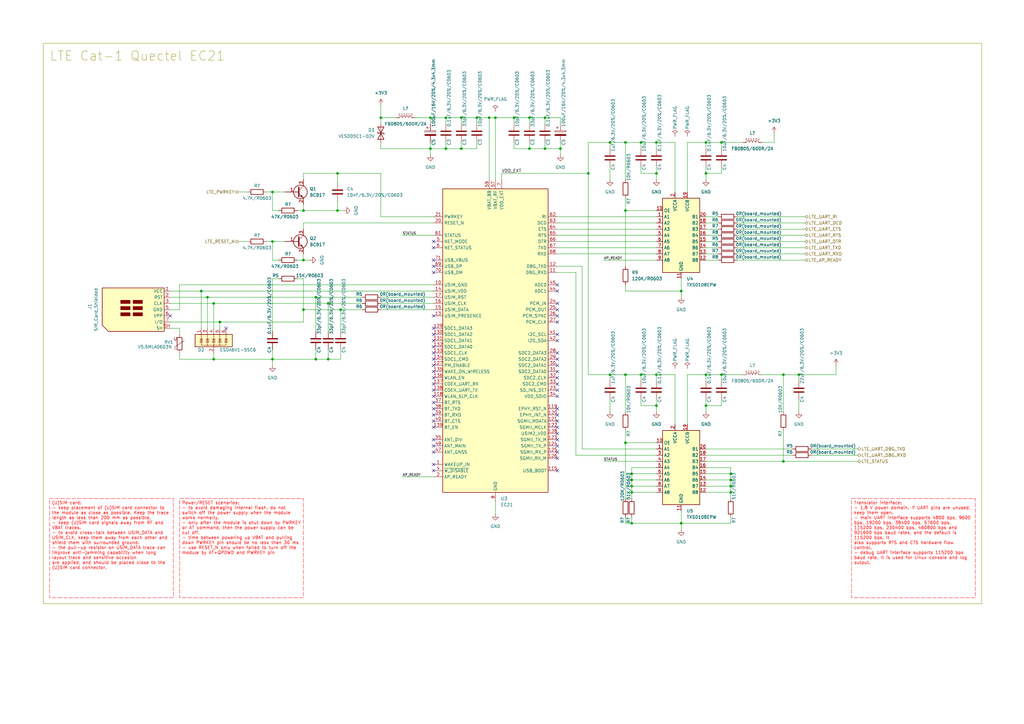
<source format=kicad_sch>
(kicad_sch (version 20230121) (generator eeschema)
  (paper "A3")
  (title_block (title "LTE") (date "2023-09-02") (rev "A"))
  (junction (at 299.72 199.39))
  (junction (at 111.76 147.32))
  (junction (at 289.56 58.42))
  (junction (at 176.53 48.26))
  (junction (at 259.08 199.39))
  (junction (at 90.17 132.08))
  (junction (at 269.24 58.42))
  (junction (at 217.17 48.26))
  (junction (at 129.54 147.32))
  (junction (at 259.08 196.85))
  (junction (at 279.4 214.63))
  (junction (at 87.63 147.32))
  (junction (at 182.88 48.26))
  (junction (at 111.76 99.06))
  (junction (at 321.31 189.23))
  (junction (at 262.89 153.67))
  (junction (at 138.43 86.36))
  (junction (at 289.56 166.37))
  (junction (at 259.08 214.63))
  (junction (at 289.56 71.12))
  (junction (at 85.09 121.92))
  (junction (at 269.24 166.37))
  (junction (at 295.91 58.42))
  (junction (at 327.66 153.67))
  (junction (at 203.2 48.26))
  (junction (at 299.72 194.31))
  (junction (at 279.4 119.38))
  (junction (at 321.31 153.67))
  (junction (at 124.46 106.68))
  (junction (at 138.43 71.12))
  (junction (at 299.72 196.85))
  (junction (at 241.3 71.12))
  (junction (at 299.72 201.93))
  (junction (at 139.7 127))
  (junction (at 82.55 119.38))
  (junction (at 217.17 60.96))
  (junction (at 256.54 181.61))
  (junction (at 210.82 48.26))
  (junction (at 269.24 153.67))
  (junction (at 256.54 58.42))
  (junction (at 124.46 127))
  (junction (at 87.63 124.46))
  (junction (at 223.52 60.96))
  (junction (at 189.23 48.26))
  (junction (at 134.62 124.46))
  (junction (at 295.91 153.67))
  (junction (at 156.21 48.26))
  (junction (at 269.24 71.12))
  (junction (at 223.52 48.26))
  (junction (at 259.08 194.31))
  (junction (at 250.19 58.42))
  (junction (at 250.19 153.67))
  (junction (at 134.62 147.32))
  (junction (at 256.54 86.36))
  (junction (at 182.88 60.96))
  (junction (at 129.54 121.92))
  (junction (at 262.89 58.42))
  (junction (at 195.58 48.26))
  (junction (at 200.66 48.26))
  (junction (at 189.23 60.96))
  (junction (at 289.56 153.67))
  (junction (at 256.54 153.67))
  (junction (at 176.53 60.96))
  (junction (at 229.87 60.96))
  (junction (at 111.76 78.74))
  (junction (at 259.08 201.93))
  (junction (at 124.46 86.36))
  (no_connect (at 177.8 180.34))
  (no_connect (at 177.8 190.5))
  (no_connect (at 177.8 144.78))
  (no_connect (at 177.8 147.32))
  (no_connect (at 177.8 170.18))
  (no_connect (at 69.85 129.54))
  (no_connect (at 177.8 165.1))
  (no_connect (at 177.8 167.64))
  (no_connect (at 228.6 160.02))
  (no_connect (at 228.6 162.56))
  (no_connect (at 228.6 152.4))
  (no_connect (at 177.8 142.24))
  (no_connect (at 228.6 139.7))
  (no_connect (at 228.6 167.64))
  (no_connect (at 177.8 111.76))
  (no_connect (at 228.6 172.72))
  (no_connect (at 228.6 149.86))
  (no_connect (at 177.8 129.54))
  (no_connect (at 228.6 119.38))
  (no_connect (at 228.6 132.08))
  (no_connect (at 228.6 127))
  (no_connect (at 177.8 99.06))
  (no_connect (at 228.6 185.42))
  (no_connect (at 177.8 109.22))
  (no_connect (at 228.6 187.96))
  (no_connect (at 228.6 180.34))
  (no_connect (at 177.8 193.04))
  (no_connect (at 177.8 101.6))
  (no_connect (at 228.6 124.46))
  (no_connect (at 228.6 116.84))
  (no_connect (at 228.6 137.16))
  (no_connect (at 177.8 139.7))
  (no_connect (at 92.71 134.62))
  (no_connect (at 228.6 175.26))
  (no_connect (at 228.6 147.32))
  (no_connect (at 228.6 170.18))
  (no_connect (at 177.8 106.68))
  (no_connect (at 177.8 160.02))
  (no_connect (at 228.6 177.8))
  (no_connect (at 177.8 175.26))
  (no_connect (at 228.6 193.04))
  (no_connect (at 228.6 144.78))
  (no_connect (at 228.6 157.48))
  (no_connect (at 228.6 154.94))
  (no_connect (at 228.6 129.54))
  (no_connect (at 177.8 157.48))
  (no_connect (at 177.8 172.72))
  (no_connect (at 177.8 152.4))
  (no_connect (at 177.8 185.42))
  (no_connect (at 177.8 134.62))
  (no_connect (at 177.8 154.94))
  (no_connect (at 177.8 149.86))
  (no_connect (at 177.8 137.16))
  (no_connect (at 228.6 182.88))
  (no_connect (at 177.8 182.88))
  (no_connect (at 177.8 162.56))
  (wire (pts (xy 250.19 156.21) (xy 250.19 153.67)))
  (wire (pts (xy 289.56 58.42) (xy 295.91 58.42)))
  (wire (pts (xy 217.17 58.42) (xy 217.17 60.96)))
  (wire (pts (xy 327.66 163.83) (xy 327.66 168.91)))
  (wire (pts (xy 121.92 86.36) (xy 124.46 86.36)))
  (wire (pts (xy 279.4 119.38) (xy 279.4 114.3)))
  (wire (pts (xy 262.89 60.96) (xy 262.89 58.42)))
  (wire (pts (xy 97.79 99.06) (xy 101.6 99.06)))
  (wire (pts (xy 182.88 60.96) (xy 176.53 60.96)))
  (wire (pts (xy 139.7 127) (xy 139.7 135.89)))
  (wire (pts (xy 229.87 48.26) (xy 223.52 48.26)))
  (wire (pts (xy 69.85 134.62) (xy 73.66 134.62)))
  (wire (pts (xy 262.89 163.83) (xy 262.89 166.37)))
  (wire (pts (xy 302.26 91.44) (xy 330.2 91.44)))
  (wire (pts (xy 205.74 71.12) (xy 205.74 73.66)))
  (wire (pts (xy 332.74 186.69) (xy 351.79 186.69)))
  (wire (pts (xy 321.31 176.53) (xy 321.31 189.23)))
  (wire (pts (xy 262.89 71.12) (xy 269.24 71.12)))
  (wire (pts (xy 269.24 163.83) (xy 269.24 166.37)))
  (wire (pts (xy 189.23 48.26) (xy 182.88 48.26)))
  (wire (pts (xy 176.53 58.42) (xy 176.53 60.96)))
  (wire (pts (xy 121.92 106.68) (xy 124.46 106.68)))
  (wire (pts (xy 217.17 60.96) (xy 223.52 60.96)))
  (wire (pts (xy 124.46 86.36) (xy 138.43 86.36)))
  (wire (pts (xy 223.52 48.26) (xy 217.17 48.26)))
  (wire (pts (xy 129.54 121.92) (xy 129.54 135.89)))
  (wire (pts (xy 295.91 58.42) (xy 304.8 58.42)))
  (wire (pts (xy 176.53 50.8) (xy 176.53 48.26)))
  (wire (pts (xy 256.54 73.66) (xy 256.54 58.42)))
  (wire (pts (xy 250.19 60.96) (xy 250.19 58.42)))
  (wire (pts (xy 289.56 93.98) (xy 294.64 93.98)))
  (wire (pts (xy 262.89 68.58) (xy 262.89 71.12)))
  (wire (pts (xy 129.54 143.51) (xy 129.54 147.32)))
  (wire (pts (xy 156.21 121.92) (xy 177.8 121.92)))
  (wire (pts (xy 111.76 99.06) (xy 111.76 106.68)))
  (wire (pts (xy 124.46 114.3) (xy 124.46 127)))
  (wire (pts (xy 241.3 58.42) (xy 250.19 58.42)))
  (wire (pts (xy 262.89 166.37) (xy 269.24 166.37)))
  (wire (pts (xy 111.76 106.68) (xy 114.3 106.68)))
  (wire (pts (xy 87.63 144.78) (xy 87.63 147.32)))
  (wire (pts (xy 299.72 196.85) (xy 299.72 199.39)))
  (wire (pts (xy 259.08 196.85) (xy 269.24 196.85)))
  (wire (pts (xy 200.66 48.26) (xy 203.2 48.26)))
  (wire (pts (xy 279.4 214.63) (xy 279.4 209.55)))
  (wire (pts (xy 124.46 91.44) (xy 124.46 93.98)))
  (wire (pts (xy 217.17 48.26) (xy 210.82 48.26)))
  (wire (pts (xy 256.54 181.61) (xy 256.54 176.53)))
  (wire (pts (xy 129.54 147.32) (xy 134.62 147.32)))
  (wire (pts (xy 195.58 48.26) (xy 200.66 48.26)))
  (wire (pts (xy 247.65 106.68) (xy 269.24 106.68)))
  (wire (pts (xy 87.63 124.46) (xy 134.62 124.46)))
  (wire (pts (xy 332.74 184.15) (xy 351.79 184.15)))
  (wire (pts (xy 228.6 96.52) (xy 269.24 96.52)))
  (wire (pts (xy 156.21 48.26) (xy 162.56 48.26)))
  (wire (pts (xy 176.53 48.26) (xy 182.88 48.26)))
  (wire (pts (xy 139.7 127) (xy 148.59 127)))
  (wire (pts (xy 156.21 58.42) (xy 156.21 60.96)))
  (wire (pts (xy 121.92 114.3) (xy 124.46 114.3)))
  (wire (pts (xy 269.24 153.67) (xy 276.86 153.67)))
  (wire (pts (xy 289.56 196.85) (xy 299.72 196.85)))
  (wire (pts (xy 182.88 48.26) (xy 182.88 50.8)))
  (wire (pts (xy 256.54 168.91) (xy 256.54 153.67)))
  (wire (pts (xy 210.82 58.42) (xy 210.82 60.96)))
  (wire (pts (xy 124.46 132.08) (xy 124.46 127)))
  (wire (pts (xy 223.52 48.26) (xy 223.52 50.8)))
  (wire (pts (xy 228.6 91.44) (xy 269.24 91.44)))
  (wire (pts (xy 165.1 96.52) (xy 177.8 96.52)))
  (wire (pts (xy 289.56 194.31) (xy 299.72 194.31)))
  (wire (pts (xy 321.31 189.23) (xy 351.79 189.23)))
  (wire (pts (xy 228.6 88.9) (xy 269.24 88.9)))
  (wire (pts (xy 256.54 153.67) (xy 262.89 153.67)))
  (wire (pts (xy 312.42 153.67) (xy 321.31 153.67)))
  (wire (pts (xy 269.24 86.36) (xy 256.54 86.36)))
  (wire (pts (xy 229.87 58.42) (xy 229.87 60.96)))
  (wire (pts (xy 256.54 116.84) (xy 256.54 119.38)))
  (wire (pts (xy 317.5 54.61) (xy 317.5 58.42)))
  (wire (pts (xy 228.6 109.22) (xy 238.76 109.22)))
  (wire (pts (xy 302.26 99.06) (xy 330.2 99.06)))
  (wire (pts (xy 165.1 195.58) (xy 177.8 195.58)))
  (wire (pts (xy 90.17 132.08) (xy 124.46 132.08)))
  (wire (pts (xy 302.26 104.14) (xy 330.2 104.14)))
  (wire (pts (xy 295.91 166.37) (xy 289.56 166.37)))
  (wire (pts (xy 229.87 60.96) (xy 229.87 63.5)))
  (wire (pts (xy 124.46 71.12) (xy 138.43 71.12)))
  (wire (pts (xy 256.54 212.09) (xy 256.54 214.63)))
  (wire (pts (xy 279.4 119.38) (xy 279.4 121.92)))
  (wire (pts (xy 289.56 199.39) (xy 299.72 199.39)))
  (wire (pts (xy 73.66 116.84) (xy 177.8 116.84)))
  (wire (pts (xy 256.54 86.36) (xy 256.54 81.28)))
  (wire (pts (xy 138.43 86.36) (xy 140.97 86.36)))
  (wire (pts (xy 289.56 186.69) (xy 325.12 186.69)))
  (wire (pts (xy 124.46 86.36) (xy 124.46 83.82)))
  (wire (pts (xy 134.62 143.51) (xy 134.62 147.32)))
  (wire (pts (xy 295.91 153.67) (xy 304.8 153.67)))
  (wire (pts (xy 203.2 205.74) (xy 203.2 210.82)))
  (wire (pts (xy 182.88 58.42) (xy 182.88 60.96)))
  (wire (pts (xy 203.2 48.26) (xy 210.82 48.26)))
  (wire (pts (xy 236.22 111.76) (xy 236.22 186.69)))
  (wire (pts (xy 111.76 143.51) (xy 111.76 147.32)))
  (wire (pts (xy 262.89 58.42) (xy 269.24 58.42)))
  (wire (pts (xy 134.62 124.46) (xy 134.62 135.89)))
  (wire (pts (xy 176.53 60.96) (xy 176.53 63.5)))
  (wire (pts (xy 269.24 71.12) (xy 269.24 73.66)))
  (wire (pts (xy 259.08 212.09) (xy 259.08 214.63)))
  (wire (pts (xy 321.31 153.67) (xy 327.66 153.67)))
  (wire (pts (xy 111.76 78.74) (xy 111.76 86.36)))
  (wire (pts (xy 156.21 124.46) (xy 177.8 124.46)))
  (wire (pts (xy 299.72 199.39) (xy 299.72 201.93)))
  (wire (pts (xy 289.56 163.83) (xy 289.56 166.37)))
  (wire (pts (xy 170.18 48.26) (xy 176.53 48.26)))
  (wire (pts (xy 228.6 99.06) (xy 269.24 99.06)))
  (wire (pts (xy 195.58 60.96) (xy 189.23 60.96)))
  (wire (pts (xy 134.62 147.32) (xy 139.7 147.32)))
  (wire (pts (xy 73.66 134.62) (xy 73.66 137.16)))
  (wire (pts (xy 238.76 109.22) (xy 238.76 184.15)))
  (wire (pts (xy 281.94 58.42) (xy 289.56 58.42)))
  (wire (pts (xy 223.52 60.96) (xy 223.52 58.42)))
  (wire (pts (xy 241.3 58.42) (xy 241.3 71.12)))
  (wire (pts (xy 250.19 163.83) (xy 250.19 168.91)))
  (wire (pts (xy 276.86 153.67) (xy 276.86 173.99)))
  (wire (pts (xy 289.56 153.67) (xy 289.56 156.21)))
  (wire (pts (xy 295.91 163.83) (xy 295.91 166.37)))
  (wire (pts (xy 85.09 121.92) (xy 129.54 121.92)))
  (wire (pts (xy 289.56 101.6) (xy 294.64 101.6)))
  (wire (pts (xy 203.2 48.26) (xy 203.2 73.66)))
  (wire (pts (xy 124.46 73.66) (xy 124.46 71.12)))
  (wire (pts (xy 289.56 91.44) (xy 294.64 91.44)))
  (wire (pts (xy 85.09 121.92) (xy 85.09 134.62)))
  (wire (pts (xy 269.24 68.58) (xy 269.24 71.12)))
  (wire (pts (xy 295.91 68.58) (xy 295.91 71.12)))
  (wire (pts (xy 228.6 93.98) (xy 269.24 93.98)))
  (wire (pts (xy 156.21 127) (xy 177.8 127)))
  (wire (pts (xy 73.66 147.32) (xy 87.63 147.32)))
  (wire (pts (xy 256.54 119.38) (xy 279.4 119.38)))
  (wire (pts (xy 189.23 48.26) (xy 189.23 50.8)))
  (wire (pts (xy 269.24 153.67) (xy 269.24 156.21)))
  (wire (pts (xy 250.19 58.42) (xy 256.54 58.42)))
  (wire (pts (xy 241.3 71.12) (xy 205.74 71.12)))
  (wire (pts (xy 69.85 132.08) (xy 90.17 132.08)))
  (wire (pts (xy 156.21 43.18) (xy 156.21 48.26)))
  (wire (pts (xy 124.46 106.68) (xy 127 106.68)))
  (wire (pts (xy 269.24 181.61) (xy 256.54 181.61)))
  (wire (pts (xy 259.08 199.39) (xy 269.24 199.39)))
  (wire (pts (xy 259.08 194.31) (xy 259.08 191.77)))
  (wire (pts (xy 111.76 147.32) (xy 129.54 147.32)))
  (wire (pts (xy 87.63 147.32) (xy 111.76 147.32)))
  (wire (pts (xy 229.87 60.96) (xy 223.52 60.96)))
  (wire (pts (xy 299.72 191.77) (xy 299.72 194.31)))
  (wire (pts (xy 111.76 147.32) (xy 111.76 149.86)))
  (wire (pts (xy 276.86 58.42) (xy 276.86 78.74)))
  (wire (pts (xy 259.08 194.31) (xy 269.24 194.31)))
  (wire (pts (xy 138.43 71.12) (xy 138.43 74.93)))
  (wire (pts (xy 111.76 114.3) (xy 114.3 114.3)))
  (wire (pts (xy 289.56 58.42) (xy 289.56 60.96)))
  (wire (pts (xy 295.91 71.12) (xy 289.56 71.12)))
  (wire (pts (xy 82.55 119.38) (xy 82.55 134.62)))
  (wire (pts (xy 289.56 106.68) (xy 294.64 106.68)))
  (wire (pts (xy 111.76 86.36) (xy 114.3 86.36)))
  (wire (pts (xy 259.08 204.47) (xy 259.08 201.93)))
  (wire (pts (xy 217.17 60.96) (xy 210.82 60.96)))
  (wire (pts (xy 241.3 71.12) (xy 241.3 153.67)))
  (wire (pts (xy 124.46 91.44) (xy 177.8 91.44)))
  (wire (pts (xy 111.76 135.89) (xy 111.76 114.3)))
  (wire (pts (xy 289.56 104.14) (xy 294.64 104.14)))
  (wire (pts (xy 289.56 99.06) (xy 294.64 99.06)))
  (wire (pts (xy 259.08 191.77) (xy 269.24 191.77)))
  (wire (pts (xy 138.43 71.12) (xy 156.21 71.12)))
  (wire (pts (xy 289.56 71.12) (xy 289.56 73.66)))
  (wire (pts (xy 289.56 191.77) (xy 299.72 191.77)))
  (wire (pts (xy 321.31 153.67) (xy 321.31 168.91)))
  (wire (pts (xy 259.08 201.93) (xy 269.24 201.93)))
  (wire (pts (xy 195.58 58.42) (xy 195.58 60.96)))
  (wire (pts (xy 302.26 93.98) (xy 330.2 93.98)))
  (wire (pts (xy 109.22 99.06) (xy 111.76 99.06)))
  (wire (pts (xy 228.6 101.6) (xy 269.24 101.6)))
  (wire (pts (xy 241.3 153.67) (xy 250.19 153.67)))
  (wire (pts (xy 73.66 144.78) (xy 73.66 147.32)))
  (wire (pts (xy 299.72 201.93) (xy 299.72 204.47)))
  (wire (pts (xy 73.66 127) (xy 73.66 116.84)))
  (wire (pts (xy 156.21 71.12) (xy 156.21 88.9)))
  (wire (pts (xy 129.54 121.92) (xy 148.59 121.92)))
  (wire (pts (xy 259.08 196.85) (xy 259.08 194.31)))
  (wire (pts (xy 279.4 214.63) (xy 279.4 217.17)))
  (wire (pts (xy 269.24 58.42) (xy 269.24 60.96)))
  (wire (pts (xy 327.66 153.67) (xy 327.66 156.21)))
  (wire (pts (xy 281.94 153.67) (xy 289.56 153.67)))
  (wire (pts (xy 124.46 127) (xy 139.7 127)))
  (wire (pts (xy 256.54 214.63) (xy 259.08 214.63)))
  (wire (pts (xy 229.87 50.8) (xy 229.87 48.26)))
  (wire (pts (xy 289.56 68.58) (xy 289.56 71.12)))
  (wire (pts (xy 262.89 156.21) (xy 262.89 153.67)))
  (wire (pts (xy 327.66 153.67) (xy 342.9 153.67)))
  (wire (pts (xy 247.65 189.23) (xy 269.24 189.23)))
  (wire (pts (xy 156.21 88.9) (xy 177.8 88.9)))
  (wire (pts (xy 156.21 60.96) (xy 176.53 60.96)))
  (wire (pts (xy 250.19 153.67) (xy 256.54 153.67)))
  (wire (pts (xy 299.72 194.31) (xy 299.72 196.85)))
  (wire (pts (xy 295.91 153.67) (xy 295.91 156.21)))
  (wire (pts (xy 281.94 58.42) (xy 281.94 78.74)))
  (wire (pts (xy 138.43 86.36) (xy 138.43 82.55)))
  (wire (pts (xy 109.22 78.74) (xy 111.76 78.74)))
  (wire (pts (xy 302.26 101.6) (xy 330.2 101.6)))
  (wire (pts (xy 250.19 68.58) (xy 250.19 73.66)))
  (wire (pts (xy 289.56 184.15) (xy 325.12 184.15)))
  (wire (pts (xy 200.66 48.26) (xy 200.66 73.66)))
  (wire (pts (xy 256.54 86.36) (xy 256.54 109.22)))
  (wire (pts (xy 87.63 124.46) (xy 87.63 134.62)))
  (wire (pts (xy 259.08 199.39) (xy 259.08 196.85)))
  (wire (pts (xy 342.9 149.86) (xy 342.9 153.67)))
  (wire (pts (xy 69.85 121.92) (xy 85.09 121.92)))
  (wire (pts (xy 189.23 48.26) (xy 195.58 48.26)))
  (wire (pts (xy 289.56 166.37) (xy 289.56 168.91)))
  (wire (pts (xy 289.56 88.9) (xy 294.64 88.9)))
  (wire (pts (xy 259.08 214.63) (xy 279.4 214.63)))
  (wire (pts (xy 289.56 153.67) (xy 295.91 153.67)))
  (wire (pts (xy 299.72 214.63) (xy 279.4 214.63)))
  (wire (pts (xy 236.22 186.69) (xy 269.24 186.69)))
  (wire (pts (xy 256.54 181.61) (xy 256.54 204.47)))
  (wire (pts (xy 139.7 147.32) (xy 139.7 143.51)))
  (wire (pts (xy 82.55 119.38) (xy 177.8 119.38)))
  (wire (pts (xy 134.62 124.46) (xy 148.59 124.46)))
  (wire (pts (xy 289.56 189.23) (xy 321.31 189.23)))
  (wire (pts (xy 299.72 212.09) (xy 299.72 214.63)))
  (wire (pts (xy 262.89 153.67) (xy 269.24 153.67)))
  (wire (pts (xy 69.85 119.38) (xy 82.55 119.38)))
  (wire (pts (xy 295.91 58.42) (xy 295.91 60.96)))
  (wire (pts (xy 312.42 58.42) (xy 317.5 58.42)))
  (wire (pts (xy 69.85 127) (xy 73.66 127)))
  (wire (pts (xy 302.26 96.52) (xy 330.2 96.52)))
  (wire (pts (xy 289.56 201.93) (xy 299.72 201.93)))
  (wire (pts (xy 189.23 60.96) (xy 189.23 58.42)))
  (wire (pts (xy 210.82 48.26) (xy 210.82 50.8)))
  (wire (pts (xy 228.6 111.76) (xy 236.22 111.76)))
  (wire (pts (xy 256.54 58.42) (xy 262.89 58.42)))
  (wire (pts (xy 69.85 124.46) (xy 87.63 124.46)))
  (wire (pts (xy 302.26 106.68) (xy 330.2 106.68)))
  (wire (pts (xy 182.88 60.96) (xy 189.23 60.96)))
  (wire (pts (xy 289.56 96.52) (xy 294.64 96.52)))
  (wire (pts (xy 269.24 166.37) (xy 269.24 168.91)))
  (wire (pts (xy 156.21 48.26) (xy 156.21 50.8)))
  (wire (pts (xy 111.76 99.06) (xy 116.84 99.06)))
  (wire (pts (xy 111.76 78.74) (xy 116.84 78.74)))
  (wire (pts (xy 259.08 201.93) (xy 259.08 199.39)))
  (wire (pts (xy 217.17 48.26) (xy 217.17 50.8)))
  (wire (pts (xy 90.17 132.08) (xy 90.17 134.62)))
  (wire (pts (xy 228.6 104.14) (xy 269.24 104.14)))
  (wire (pts (xy 269.24 58.42) (xy 276.86 58.42)))
  (wire (pts (xy 124.46 106.68) (xy 124.46 104.14)))
  (wire (pts (xy 302.26 88.9) (xy 330.2 88.9)))
  (wire (pts (xy 281.94 153.67) (xy 281.94 173.99)))
  (wire (pts (xy 238.76 184.15) (xy 269.24 184.15)))
  (wire (pts (xy 195.58 48.26) (xy 195.58 50.8)))
  (wire (pts (xy 97.79 78.74) (xy 101.6 78.74)))
  (rectangle (start 17.78 17.78) (end 402.59 247.65) (stroke (width 0) (color 140 140 0 1)))
  (text_box "(U)SIM card:\n- keep placement of (U)SIM card connector to the module as close as possible. Keep the trace length as less than 200 mm as possible.\n- keep (U)SIM card signals away from RF and VBAT traces.\n- to avoid cross-talk between USIM_DATA and USIM_CLK, keep them away from each other and shield them with surrounded ground.\n- the pull-up resistor on USIM_DATA trace can improve anti-jamming capability when long layout trace and sensitive occasion\nare applied, and should be placed close to the (U)SIM card connector." (at 20.32 204.47 0) (size 50.8 40.64) (stroke (width 0) (type dash) (color 255 0 0 1)) (effects (font (size 1.27 1.27)) (justify left top)))
  (text_box "Translator interface:\n- 1.8 V power domain. If UART pins are unused, keep them open.\n- main UART interface supports 4800 bps, 9600 bps, 19200 bps, 38400 bps, 57600 bps,\n115200 bps, 230400 bps, 460800 bps and 921600 bps baud rates, and the default is 115200 bps. It\nalso supports RTS and CTS hardware flow control.\n- debug UART interface supports 115200 bps baud rate. It is used for Linux console and log\noutput." (at 349.25 204.47 0) (size 50.8 40.64) (stroke (width 0) (type dash) (color 255 0 0 1)) (effects (font (size 1.27 1.27)) (justify left top)))
  (text_box "Power/RESET scenarios:\n- to avoid damaging internal flash, do not switch off the power supply when the module works normally.\n- only after the module is shut down by PWRKEY or AT command, then the power supply can be cut off.\n- time between powering up VBAT and pulling down PWRKEY pin should be no less than 30 ms\n- use RESET_N only when failed to turn off the module by AT+QPOWD and PWRKEY pin" (at 73.66 204.47 0) (size 50.8 40.64) (stroke (width 0) (type dash) (color 255 0 0 1)) (effects (font (size 1.27 1.27)) (justify left top)))
  (text "LTE Cat-1 Quectel EC21" (at 20.32 25.4 0) (effects (font (size 3.81 3.81)) (justify left bottom)))
  (label "VDD_EXT" (at 205.74 71.12 0))
  (label "STATUS" (at 247.65 189.23 0) (effects (font (size 1.016 1.016))))
  (label "AP_READY" (at 247.65 106.68 0) (effects (font (size 1.016 1.016))))
  (label "STATUS" (at 165.1 96.52 0) (effects (font (size 1.016 1.016))))
  (label "AP_READY" (at 165.1 195.58 0) (effects (font (size 1.016 1.016))))
  (hierarchical_label "LTE_UART_RI" (shape bidirectional) (at 330.2 88.9 0))
  (hierarchical_label "LTE_UART_DBG_TXD" (shape bidirectional) (at 351.79 184.15 0))
  (hierarchical_label "LTE_UART_RXD" (shape bidirectional) (at 330.2 104.14 0))
  (hierarchical_label "LTE_STATUS" (shape bidirectional) (at 351.79 189.23 0))
  (hierarchical_label "LTE_UART_DTR" (shape bidirectional) (at 330.2 99.06 0))
  (hierarchical_label "LTE_UART_CTS" (shape bidirectional) (at 330.2 93.98 0))
  (hierarchical_label "LTE_RESET_N" (shape bidirectional) (at 97.79 99.06 180))
  (hierarchical_label "LTE_UART_DCD" (shape bidirectional) (at 330.2 91.44 0))
  (hierarchical_label "LTE_UART_TXD" (shape bidirectional) (at 330.2 101.6 0))
  (hierarchical_label "LTE_PWRKEY" (shape bidirectional) (at 97.79 78.74 180))
  (hierarchical_label "LTE_UART_RTS" (shape bidirectional) (at 330.2 96.52 0))
  (hierarchical_label "LTE_AP_READY" (shape bidirectional) (at 330.2 106.68 0))
  (hierarchical_label "LTE_UART_DBG_RXD" (shape bidirectional) (at 351.79 186.69 0))
  (symbol (lib_id "Transistor_BJT:BC817") (at 121.92 78.74 0) (unit 1)
    (property "Reference" "Q1" (at 127 77.47 0) (effects (justify left)))
    (property "Value" "BC817" (at 127 80.01 0) (effects (justify left)))
    (property "Footprint" "Package_TO_SOT_SMD:SOT-23" (effects hide))
    (property "Datasheet" "https://www.onsemi.com/pub/Collateral/BC818-D.pdf" (effects hide))
  )
  (symbol (lib_id "Device:R") (at 298.45 91.44 90) (unit 1)
    (property "Reference" "R6" (at 293.37 90.17 90))
    (property "Value" "0R(board_mounted)" (at 311.15 90.17 90))
    (instances (project "SAM4E-PLC" (path "" (reference "R6") (unit 1)) (path "" (reference "R17") (unit 1))))
  )
  (symbol (lib_id "Device:R") (at 256.54 172.72 0) (mirror x) (unit 1)
    (property "Reference" "R?" (at 257.81 177.8 90))
    (property "Value" "10K/R0603" (at 257.81 163.83 90))
    (property "Footprint" "Resistor_SMD:R_0603_1608Metric" (effects hide))
    (instances (project "ESP32-PLC" (path "" (reference "R?") (unit 1)) (path "" (reference "R23") (unit 1))) (project "SAM4E-PLC" (path "" (reference "R13") (unit 1))))
  )
  (symbol (lib_id "Device:R") (at 118.11 114.3 90) (unit 1)
    (property "Reference" "R5" (at 113.03 113.03 90))
    (property "Value" "15K/R0603" (at 127 113.03 90))
    (instances (project "SAM4E-PLC" (path "" (reference "R5") (unit 1)) (path "" (reference "R7") (unit 1))))
  )
  (symbol (lib_id "Device:R") (at 299.72 208.28 0) (mirror x) (unit 1)
    (property "Reference" "R?" (at 300.99 213.36 90))
    (property "Value" "51K/R0603" (at 300.99 199.39 90))
    (property "Footprint" "Resistor_SMD:R_0603_1608Metric" (effects hide))
    (instances (project "ESP32-PLC" (path "" (reference "R?") (unit 1)) (path "" (reference "R23") (unit 1))) (project "SAM4E-PLC" (path "" (reference "R24") (unit 1))))
  )
  (symbol (lib_id "Device:R") (at 256.54 77.47 0) (mirror x) (unit 1)
    (property "Reference" "R?" (at 257.81 82.55 90))
    (property "Value" "10K/R0603" (at 257.81 68.58 90))
    (property "Footprint" "Resistor_SMD:R_0603_1608Metric" (effects hide))
    (instances (project "ESP32-PLC" (path "" (reference "R?") (unit 1)) (path "" (reference "R23") (unit 1))) (project "SAM4E-PLC" (path "" (reference "R11") (unit 1))))
  )
  (symbol (lib_id "Device:R") (at 328.93 186.69 90) (unit 1)
    (property "Reference" "R6" (at 323.85 185.42 90))
    (property "Value" "0R(board_mounted)" (at 341.63 185.42 90))
    (instances (project "SAM4E-PLC" (path "" (reference "R6") (unit 1)) (path "" (reference "R27") (unit 1))))
  )
  (symbol (lib_id "power:GND") (at 289.56 168.91 0) (unit 1)
    (property "Reference" "#PWR06" (effects hide))
    (property "Value" "GND" (at 289.56 173.99 0))
    (instances (project "SAM4E-PLC" (path "" (reference "#PWR06") (unit 1)) (path "" (reference "#PWR022") (unit 1))))
  )
  (symbol (lib_id "Device:R") (at 256.54 208.28 180) (unit 1)
    (property "Reference" "R?" (at 255.27 213.36 90))
    (property "Value" "120K/R0603" (at 255.27 199.39 90))
    (property "Footprint" "Resistor_SMD:R_0603_1608Metric" (effects hide))
    (instances (project "ESP32-PLC" (path "" (reference "R?") (unit 1)) (path "" (reference "R23") (unit 1))) (project "SAM4E-PLC" (path "" (reference "R14") (unit 1))))
  )
  (symbol (lib_id "Device:R") (at 298.45 99.06 90) (unit 1)
    (property "Reference" "R5" (at 293.37 97.79 90))
    (property "Value" "0R(board_mounted)" (at 311.15 97.79 90))
    (instances (project "SAM4E-PLC" (path "" (reference "R5") (unit 1)) (path "" (reference "R20") (unit 1))))
  )
  (symbol (lib_id "power:GND") (at 279.4 217.17 0) (unit 1)
    (property "Reference" "#PWR06" (effects hide))
    (property "Value" "GND" (at 279.4 222.25 0))
    (instances (project "SAM4E-PLC" (path "" (reference "#PWR06") (unit 1)) (path "" (reference "#PWR020") (unit 1))))
  )
  (symbol (lib_id "Power_Protection:ESDA6V1-5SC6") (at 87.63 139.7 0) (unit 1)
    (property "Reference" "D2" (at 83.82 143.51 0) (effects (justify right)))
    (property "Value" "ESDA6V1-5SC6" (at 90.17 143.51 0) (effects (justify left)))
    (property "Footprint" "Package_TO_SOT_SMD:SOT-23-6" (effects hide))
    (property "Datasheet" "www.st.com/resource/en/datasheet/esda6v1-5sc6.pdf" (effects hide))
  )
  (symbol (lib_id "Device:R") (at 259.08 208.28 180) (unit 1)
    (property "Reference" "R?" (at 257.81 213.36 90))
    (property "Value" "51K/R0603" (at 257.81 199.39 90))
    (property "Footprint" "Resistor_SMD:R_0603_1608Metric" (effects hide))
    (instances (project "ESP32-PLC" (path "" (reference "R?") (unit 1)) (path "" (reference "R23") (unit 1))) (project "SAM4E-PLC" (path "" (reference "R15") (unit 1))))
  )
  (symbol (lib_id "Device:C") (at 210.82 54.61 0) (unit 1)
    (property "Reference" "C3" (at 212.09 59.69 90) (effects (justify left)))
    (property "Value" "10pF/6.3V/20%/C0603" (at 212.09 52.07 90) (effects (justify left)))
    (instances (project "SAM4E-PLC" (path "" (reference "C3") (unit 1)) (path "" (reference "C16") (unit 1))))
  )
  (symbol (lib_id "SparkFun-DiscreteSemi:D_TVS") (at 156.21 54.61 90) (unit 1)
    (property "Reference" "D3" (at 153.67 53.34 90) (effects (justify left)))
    (property "Value" "VESD05C1-02V" (at 153.67 55.88 90) (effects (justify left)))
    (property "Footprint" "Diode_SMD:D_SOD-523" (effects hide))
  )
  (symbol (lib_id "power:GND") (at 279.4 121.92 0) (unit 1)
    (property "Reference" "#PWR06" (effects hide))
    (property "Value" "GND" (at 279.4 127 0))
    (instances (project "SAM4E-PLC" (path "" (reference "#PWR06") (unit 1)) (path "" (reference "#PWR019") (unit 1))))
  )
  (symbol (lib_id "Device:C") (at 217.17 54.61 0) (unit 1)
    (property "Reference" "C3" (at 218.44 59.69 90) (effects (justify left)))
    (property "Value" "33pF/6.3V/20%/C0603" (at 218.44 52.07 90) (effects (justify left)))
    (instances (project "SAM4E-PLC" (path "" (reference "C3") (unit 1)) (path "" (reference "C17") (unit 1))))
  )
  (symbol (lib_id "Device:R") (at 328.93 184.15 90) (unit 1)
    (property "Reference" "R5" (at 323.85 182.88 90))
    (property "Value" "0R(board_mounted)" (at 341.63 182.88 90))
    (instances (project "SAM4E-PLC" (path "" (reference "R5") (unit 1)) (path "" (reference "R26") (unit 1))))
  )
  (symbol (lib_id "Device:R") (at 118.11 86.36 90) (mirror x) (unit 1)
    (property "Reference" "R?" (at 118.11 83.82 90))
    (property "Value" "47K/R0603" (at 116.84 88.9 90))
    (property "Footprint" "Resistor_SMD:R_0603_1608Metric" (effects hide))
    (instances (project "ESP32-PLC" (path "" (reference "R?") (unit 1)) (path "" (reference "R23") (unit 1))) (project "SAM4E-PLC" (path "" (reference "R5") (unit 1))))
  )
  (symbol (lib_id "Device:R") (at 105.41 99.06 90) (unit 1)
    (property "Reference" "R?" (at 105.41 96.52 90))
    (property "Value" "4.7K/R0603" (at 105.41 101.6 90))
    (property "Footprint" "Resistor_SMD:R_0603_1608Metric" (effects hide))
    (instances (project "ESP32-PLC" (path "" (reference "R?") (unit 1)) (path "" (reference "R23") (unit 1))) (project "SAM4E-PLC" (path "" (reference "R4") (unit 1))))
  )
  (symbol (lib_id "Device:R") (at 256.54 113.03 0) (unit 1)
    (property "Reference" "R9" (at 259.08 111.76 0) (effects (justify left)))
    (property "Value" "120K/R0603" (at 259.08 114.3 0) (effects (justify left)))
    (instances (project "SAM4E-PLC" (path "" (reference "R9") (unit 1)) (path "" (reference "R12") (unit 1))))
  )
  (symbol (lib_id "Device:C_Polarized") (at 176.53 54.61 0) (unit 1)
    (property "Reference" "C5" (at 177.8 59.69 90) (effects (justify left)))
    (property "Value" "100uF/16V/20%/4.3x4.3mm" (at 177.8 52.07 90) (effects (justify left)))
    (instances (project "SAM4E-PLC" (path "" (reference "C5") (unit 1)) (path "" (reference "C12") (unit 1))))
  )
  (symbol (lib_id "power:GND") (at 203.2 210.82 0) (unit 1)
    (property "Reference" "#PWR06" (effects hide))
    (property "Value" "GND" (at 203.2 215.9 0))
    (instances (project "SAM4E-PLC" (path "" (reference "#PWR06") (unit 1)) (path "" (reference "#PWR013") (unit 1))))
  )
  (symbol (lib_id "Device:C") (at 295.91 64.77 0) (unit 1)
    (property "Reference" "C4" (at 297.18 69.85 90) (effects (justify left)))
    (property "Value" "10uF/6.3V/20%/C0603" (at 297.18 62.23 90) (effects (justify left)))
    (instances (project "SAM4E-PLC" (path "" (reference "C4") (unit 1)) (path "" (reference "C28") (unit 1))))
  )
  (symbol (lib_id "Device:R") (at 152.4 124.46 90) (unit 1)
    (property "Reference" "R6" (at 147.32 123.19 90))
    (property "Value" "0R(board_mounted)" (at 165.1 123.19 90))
    (instances (project "SAM4E-PLC" (path "" (reference "R6") (unit 1)) (path "" (reference "R9") (unit 1))))
  )
  (symbol (lib_id "power:PWR_FLAG") (at 203.2 45.72 0) (unit 1)
    (property "Reference" "#FLG07" (effects hide))
    (property "Value" "PWR_FLAG" (at 203.2 40.64 0))
    (instances (project "SAM4E-PLC" (path "" (reference "#FLG07") (unit 1)) (path "" (reference "#FLG05") (unit 1))))
  )
  (symbol (lib_id "power:PWR_FLAG") (at 276.86 151.13 0) (unit 1)
    (property "Reference" "#FLG07" (effects hide))
    (property "Value" "PWR_FLAG" (at 276.86 143.51 90))
  )
  (symbol (lib_id "power:GND") (at 176.53 63.5 0) (unit 1)
    (property "Reference" "#PWR07" (effects hide))
    (property "Value" "GND" (at 176.53 68.58 0))
    (instances (project "SAM4E-PLC" (path "" (reference "#PWR07") (unit 1)) (path "" (reference "#PWR012") (unit 1))))
  )
  (symbol (lib_id "power:GND") (at 269.24 73.66 0) (unit 1)
    (property "Reference" "#PWR06" (effects hide))
    (property "Value" "GND" (at 269.24 78.74 0))
    (instances (project "SAM4E-PLC" (path "" (reference "#PWR06") (unit 1)) (path "" (reference "#PWR017") (unit 1))))
  )
  (symbol (lib_id "power:PWR_FLAG") (at 281.94 55.88 0) (unit 1)
    (property "Reference" "#FLG07" (effects hide))
    (property "Value" "PWR_FLAG" (at 281.94 48.26 90))
    (instances (project "SAM4E-PLC" (path "" (reference "#FLG07") (unit 1)) (path "" (reference "#FLG08") (unit 1))))
  )
  (symbol (lib_id "power:GND") (at 250.19 168.91 0) (unit 1)
    (property "Reference" "#PWR06" (effects hide))
    (property "Value" "GND" (at 250.19 173.99 0))
    (instances (project "SAM4E-PLC" (path "" (reference "#PWR06") (unit 1)) (path "" (reference "#PWR016") (unit 1))))
  )
  (symbol (lib_id "Device:C") (at 139.7 139.7 0) (unit 1)
    (property "Reference" "C4" (at 140.97 144.78 90) (effects (justify left)))
    (property "Value" "33pF/6.3V/20%/C0603" (at 140.97 137.16 90) (effects (justify left)))
    (instances (project "SAM4E-PLC" (path "" (reference "C4") (unit 1)) (path "" (reference "C11") (unit 1))))
  )
  (symbol (lib_id "Device:R") (at 321.31 172.72 180) (unit 1)
    (property "Reference" "R?" (at 320.04 177.8 90))
    (property "Value" "10K/R0603" (at 320.04 163.83 90))
    (property "Footprint" "Resistor_SMD:R_0603_1608Metric" (effects hide))
    (instances (project "ESP32-PLC" (path "" (reference "R?") (unit 1)) (path "" (reference "R23") (unit 1))) (project "SAM4E-PLC" (path "" (reference "R25") (unit 1))))
  )
  (symbol (lib_id "power:PWR_FLAG") (at 276.86 55.88 0) (unit 1)
    (property "Reference" "#FLG07" (effects hide))
    (property "Value" "PWR_FLAG" (at 276.86 48.26 90))
    (instances (project "SAM4E-PLC" (path "" (reference "#FLG07") (unit 1)) (path "" (reference "#FLG06") (unit 1))))
  )
  (symbol (lib_id "Device:C") (at 129.54 139.7 0) (unit 1)
    (property "Reference" "C4" (at 130.81 144.78 90) (effects (justify left)))
    (property "Value" "33pF/6.3V/20%/C0603" (at 130.81 137.16 90) (effects (justify left)))
    (instances (project "SAM4E-PLC" (path "" (reference "C4") (unit 1)) (path "" (reference "C8") (unit 1))))
  )
  (symbol (lib_id "Device:C") (at 182.88 54.61 0) (unit 1)
    (property "Reference" "C3" (at 184.15 59.69 90) (effects (justify left)))
    (property "Value" "0.1uF/6.3V/20%/C0603" (at 184.15 52.07 90) (effects (justify left)))
    (instances (project "SAM4E-PLC" (path "" (reference "C3") (unit 1)) (path "" (reference "C13") (unit 1))))
  )
  (symbol (lib_id "power:GND") (at 269.24 168.91 0) (unit 1)
    (property "Reference" "#PWR06" (effects hide))
    (property "Value" "GND" (at 269.24 173.99 0))
    (instances (project "SAM4E-PLC" (path "" (reference "#PWR06") (unit 1)) (path "" (reference "#PWR018") (unit 1))))
  )
  (symbol (lib_id "Device:C_Polarized") (at 229.87 54.61 0) (unit 1)
    (property "Reference" "C5" (at 231.14 59.69 90) (effects (justify left)))
    (property "Value" "100uF/16V/20%/4.3x4.3mm" (at 231.14 52.07 90) (effects (justify left)))
    (instances (project "SAM4E-PLC" (path "" (reference "C5") (unit 1)) (path "" (reference "C19") (unit 1))))
  )
  (symbol (lib_id "Device:R") (at 105.41 78.74 90) (unit 1)
    (property "Reference" "R?" (at 105.41 76.2 90))
    (property "Value" "4.7K/R0603" (at 105.41 81.28 90))
    (property "Footprint" "Resistor_SMD:R_0603_1608Metric" (effects hide))
    (instances (project "ESP32-PLC" (path "" (reference "R?") (unit 1)) (path "" (reference "R23") (unit 1))) (project "SAM4E-PLC" (path "" (reference "R3") (unit 1))))
  )
  (symbol (lib_id "Device:R") (at 298.45 96.52 90) (unit 1)
    (property "Reference" "R8" (at 293.37 95.25 90))
    (property "Value" "0R(board_mounted)" (at 311.15 95.25 90))
    (instances (project "SAM4E-PLC" (path "" (reference "R8") (unit 1)) (path "" (reference "R19") (unit 1))))
  )
  (symbol (lib_id "Device:C") (at 289.56 160.02 0) (unit 1)
    (property "Reference" "C4" (at 290.83 165.1 90) (effects (justify left)))
    (property "Value" "0.1uF/6.3V/20%/C0603" (at 290.83 157.48 90) (effects (justify left)))
    (instances (project "SAM4E-PLC" (path "" (reference "C4") (unit 1)) (path "" (reference "C27") (unit 1))))
  )
  (symbol (lib_id "Device:C") (at 189.23 54.61 0) (unit 1)
    (property "Reference" "C3" (at 190.5 59.69 90) (effects (justify left)))
    (property "Value" "33pF/6.3V/20%/C0603" (at 190.5 52.07 90) (effects (justify left)))
    (instances (project "SAM4E-PLC" (path "" (reference "C3") (unit 1)) (path "" (reference "C14") (unit 1))))
  )
  (symbol (lib_id "Device:L_Ferrite") (at 166.37 48.26 90) (unit 1)
    (property "Reference" "L?" (at 166.37 44.45 90))
    (property "Value" "FB0805/600R/2A" (at 166.37 50.8 90))
    (instances (project "SAM4E-PLC" (path "" (reference "L?") (unit 1)) (path "" (reference "L?") (unit 1)) (path "" (reference "L2") (unit 1))))
  )
  (symbol (lib_id "Device:L_Ferrite") (at 308.61 153.67 90) (unit 1)
    (property "Reference" "L?" (at 308.61 149.86 90))
    (property "Value" "FB0805/600R/2A" (at 308.61 156.21 90))
    (instances (project "SAM4E-PLC" (path "" (reference "L?") (unit 1)) (path "" (reference "L?") (unit 1)) (path "" (reference "L4") (unit 1))))
  )
  (symbol (lib_id "Logic_LevelTranslator:TXS0108EPW") (at 279.4 96.52 0) (unit 1)
    (property "Reference" "U4" (at 281.5941 114.3 0) (effects (justify left)))
    (property "Value" "TXS0108EPW" (at 281.5941 116.84 0) (effects (justify left)))
    (property "Footprint" "Package_SO:TSSOP-20_4.4x6.5mm_P0.65mm" (effects hide))
    (property "Datasheet" "www.ti.com/lit/ds/symlink/txs0108e.pdf" (effects hide))
  )
  (symbol (lib_id "Device:C") (at 138.43 78.74 0) (unit 1)
    (property "Reference" "C4" (at 142.24 77.47 0) (effects (justify left)))
    (property "Value" "10nF/6.3V/20%/C0603" (at 142.24 80.01 0) (effects (justify left)))
    (instances (project "SAM4E-PLC" (path "" (reference "C4") (unit 1)) (path "" (reference "C10") (unit 1))))
  )
  (symbol (lib_id "Device:C") (at 262.89 64.77 0) (unit 1)
    (property "Reference" "C4" (at 264.16 69.85 90) (effects (justify left)))
    (property "Value" "10uF/6.3V/20%/C0603" (at 264.16 62.23 90) (effects (justify left)))
    (instances (project "SAM4E-PLC" (path "" (reference "C4") (unit 1)) (path "" (reference "C22") (unit 1))))
  )
  (symbol (lib_id "Logic_LevelTranslator:TXS0108EPW") (at 279.4 191.77 0) (unit 1)
    (property "Reference" "U5" (at 281.5941 209.55 0) (effects (justify left)))
    (property "Value" "TXS0108EPW" (at 281.5941 212.09 0) (effects (justify left)))
    (property "Footprint" "Package_SO:TSSOP-20_4.4x6.5mm_P0.65mm" (effects hide))
    (property "Datasheet" "www.ti.com/lit/ds/symlink/txs0108e.pdf" (effects hide))
  )
  (symbol (lib_id "power:PWR_FLAG") (at 281.94 151.13 0) (unit 1)
    (property "Reference" "#FLG07" (effects hide))
    (property "Value" "PWR_FLAG" (at 281.94 143.51 90))
    (instances (project "SAM4E-PLC" (path "" (reference "#FLG07") (unit 1)) (path "" (reference "#FLG09") (unit 1))))
  )
  (symbol (lib_id "Device:C") (at 289.56 64.77 0) (unit 1)
    (property "Reference" "C4" (at 290.83 69.85 90) (effects (justify left)))
    (property "Value" "0.1uF/6.3V/20%/C0603" (at 290.83 62.23 90) (effects (justify left)))
    (instances (project "SAM4E-PLC" (path "" (reference "C4") (unit 1)) (path "" (reference "C26") (unit 1))))
  )
  (symbol (lib_id "power:GND") (at 327.66 168.91 0) (unit 1)
    (property "Reference" "#PWR06" (effects hide))
    (property "Value" "GND" (at 327.66 173.99 0))
    (instances (project "SAM4E-PLC" (path "" (reference "#PWR06") (unit 1)) (path "" (reference "#PWR024") (unit 1))))
  )
  (symbol (lib_id "Transistor_BJT:BC817") (at 121.92 99.06 0) (unit 1)
    (property "Reference" "Q2" (at 127 97.79 0) (effects (justify left)))
    (property "Value" "BC817" (at 127 100.33 0) (effects (justify left)))
    (property "Footprint" "Package_TO_SOT_SMD:SOT-23" (effects hide))
    (property "Datasheet" "https://www.onsemi.com/pub/Collateral/BC818-D.pdf" (effects hide))
  )
  (symbol (lib_id "Device:C") (at 295.91 160.02 0) (unit 1)
    (property "Reference" "C4" (at 297.18 165.1 90) (effects (justify left)))
    (property "Value" "10uF/6.3V/20%/C0603" (at 297.18 157.48 90) (effects (justify left)))
    (instances (project "SAM4E-PLC" (path "" (reference "C4") (unit 1)) (path "" (reference "C29") (unit 1))))
  )
  (symbol (lib_id "Device:R") (at 298.45 101.6 90) (unit 1)
    (property "Reference" "R6" (at 293.37 100.33 90))
    (property "Value" "0R(board_mounted)" (at 311.15 100.33 90))
    (instances (project "SAM4E-PLC" (path "" (reference "R6") (unit 1)) (path "" (reference "R21") (unit 1))))
  )
  (symbol (lib_id "Device:R") (at 298.45 104.14 90) (unit 1)
    (property "Reference" "R7" (at 293.37 102.87 90))
    (property "Value" "0R(board_mounted)" (at 311.15 102.87 90))
    (instances (project "SAM4E-PLC" (path "" (reference "R7") (unit 1)) (path "" (reference "R22") (unit 1))))
  )
  (symbol (lib_id "Device:L_Ferrite") (at 308.61 58.42 90) (unit 1)
    (property "Reference" "L?" (at 308.61 54.61 90))
    (property "Value" "FB0805/600R/2A" (at 308.61 60.96 90))
    (instances (project "SAM4E-PLC" (path "" (reference "L?") (unit 1)) (path "" (reference "L?") (unit 1)) (path "" (reference "L3") (unit 1))))
  )
  (symbol (lib_id "Device:R") (at 152.4 127 90) (unit 1)
    (property "Reference" "R6" (at 147.32 125.73 90))
    (property "Value" "0R(board_mounted)" (at 165.1 125.73 90))
    (instances (project "SAM4E-PLC" (path "" (reference "R6") (unit 1)) (path "" (reference "R10") (unit 1))))
  )
  (symbol (lib_id "Device:C") (at 269.24 160.02 0) (unit 1)
    (property "Reference" "C4" (at 270.51 165.1 90) (effects (justify left)))
    (property "Value" "0.1uF/6.3V/20%/C0603" (at 270.51 157.48 90) (effects (justify left)))
    (instances (project "SAM4E-PLC" (path "" (reference "C4") (unit 1)) (path "" (reference "C25") (unit 1))))
  )
  (symbol (lib_id "Device:R") (at 152.4 121.92 90) (unit 1)
    (property "Reference" "R5" (at 147.32 120.65 90))
    (property "Value" "0R(board_mounted)" (at 165.1 120.65 90))
    (instances (project "SAM4E-PLC" (path "" (reference "R5") (unit 1)) (path "" (reference "R8") (unit 1))))
  )
  (symbol (lib_id "Device:C") (at 195.58 54.61 0) (unit 1)
    (property "Reference" "C3" (at 196.85 59.69 90) (effects (justify left)))
    (property "Value" "10pF/6.3V/20%/C0603" (at 196.85 52.07 90) (effects (justify left)))
    (instances (project "SAM4E-PLC" (path "" (reference "C3") (unit 1)) (path "" (reference "C15") (unit 1))))
  )
  (symbol (lib_id "Connector:SIM_Card_Shielded") (at 57.15 127 0) (mirror y) (unit 1)
    (property "Reference" "J1" (at 36.83 125.73 90))
    (property "Value" "SIM_Card_Shielded" (at 39.37 127 90))
    (property "Datasheet" " ~" (effects hide))
  )
  (symbol (lib_id "Device:C") (at 223.52 54.61 0) (unit 1)
    (property "Reference" "C3" (at 224.79 59.69 90) (effects (justify left)))
    (property "Value" "0.1uF/6.3V/20%/C0603" (at 224.79 52.07 90) (effects (justify left)))
    (instances (project "SAM4E-PLC" (path "" (reference "C3") (unit 1)) (path "" (reference "C18") (unit 1))))
  )
  (symbol (lib_id "Device:R") (at 298.45 106.68 90) (unit 1)
    (property "Reference" "R8" (at 293.37 105.41 90))
    (property "Value" "0R(board_mounted)" (at 311.15 105.41 90))
    (instances (project "SAM4E-PLC" (path "" (reference "R8") (unit 1)) (path "" (reference "R23") (unit 1))))
  )
  (symbol (lib_id "Device:C") (at 111.76 139.7 0) (mirror y) (unit 1)
    (property "Reference" "C4" (at 110.49 144.78 90) (effects (justify left)))
    (property "Value" "0.1uF/6.3V/20%/C0603" (at 110.49 137.16 90) (effects (justify left)))
    (instances (project "SAM4E-PLC" (path "" (reference "C4") (unit 1)) (path "" (reference "C7") (unit 1))))
  )
  (symbol (lib_id "Device:R") (at 298.45 88.9 90) (unit 1)
    (property "Reference" "R5" (at 293.37 87.63 90))
    (property "Value" "0R(board_mounted)" (at 311.15 87.63 90))
    (instances (project "SAM4E-PLC" (path "" (reference "R5") (unit 1)) (path "" (reference "R16") (unit 1))))
  )
  (symbol (lib_id "power:GND") (at 250.19 73.66 0) (unit 1)
    (property "Reference" "#PWR06" (effects hide))
    (property "Value" "GND" (at 250.19 78.74 0))
    (instances (project "SAM4E-PLC" (path "" (reference "#PWR06") (unit 1)) (path "" (reference "#PWR015") (unit 1))))
  )
  (symbol (lib_id "Device:R") (at 118.11 106.68 90) (mirror x) (unit 1)
    (property "Reference" "R?" (at 118.11 104.14 90))
    (property "Value" "47K/R0603" (at 116.84 109.22 90))
    (property "Footprint" "Resistor_SMD:R_0603_1608Metric" (effects hide))
    (instances (project "ESP32-PLC" (path "" (reference "R?") (unit 1)) (path "" (reference "R23") (unit 1))) (project "SAM4E-PLC" (path "" (reference "R6") (unit 1))))
  )
  (symbol (lib_id "power:+3V3") (at 156.21 43.18 0) (unit 1)
    (property "Reference" "#PWR01" (effects hide))
    (property "Value" "+3V3" (at 156.21 38.1 0))
    (instances (project "SAM4E-PLC" (path "" (reference "#PWR01") (unit 1)) (path "" (reference "#PWR011") (unit 1))))
  )
  (symbol (lib_id "Device:C") (at 269.24 64.77 0) (unit 1)
    (property "Reference" "C4" (at 270.51 69.85 90) (effects (justify left)))
    (property "Value" "0.1uF/6.3V/20%/C0603" (at 270.51 62.23 90) (effects (justify left)))
    (instances (project "SAM4E-PLC" (path "" (reference "C4") (unit 1)) (path "" (reference "C24") (unit 1))))
  )
  (symbol (lib_id "power:GND") (at 111.76 149.86 0) (unit 1)
    (property "Reference" "#PWR06" (effects hide))
    (property "Value" "GND" (at 111.76 154.94 0))
    (instances (project "SAM4E-PLC" (path "" (reference "#PWR06") (unit 1)) (path "" (reference "#PWR08") (unit 1))))
  )
  (symbol (lib_id "Device:C") (at 262.89 160.02 0) (unit 1)
    (property "Reference" "C4" (at 264.16 165.1 90) (effects (justify left)))
    (property "Value" "10uF/6.3V/20%/C0603" (at 264.16 157.48 90) (effects (justify left)))
    (instances (project "SAM4E-PLC" (path "" (reference "C4") (unit 1)) (path "" (reference "C23") (unit 1))))
  )
  (symbol (lib_id "Device:R") (at 298.45 93.98 90) (unit 1)
    (property "Reference" "R7" (at 293.37 92.71 90))
    (property "Value" "0R(board_mounted)" (at 311.15 92.71 90))
    (instances (project "SAM4E-PLC" (path "" (reference "R7") (unit 1)) (path "" (reference "R18") (unit 1))))
  )
  (symbol (lib_id "Device:C") (at 250.19 64.77 0) (unit 1)
    (property "Reference" "C4" (at 251.46 69.85 90) (effects (justify left)))
    (property "Value" "1uF/6.3V/20%/C0603" (at 251.46 62.23 90) (effects (justify left)))
    (instances (project "SAM4E-PLC" (path "" (reference "C4") (unit 1)) (path "" (reference "C20") (unit 1))))
  )
  (symbol (lib_id "power:GND") (at 127 106.68 90) (unit 1)
    (property "Reference" "#PWR06" (effects hide))
    (property "Value" "GND" (at 132.08 106.68 0))
    (instances (project "SAM4E-PLC" (path "" (reference "#PWR06") (unit 1)) (path "" (reference "#PWR09") (unit 1))))
  )
  (symbol (lib_id "Device:C") (at 134.62 139.7 0) (unit 1)
    (property "Reference" "C4" (at 135.89 144.78 90) (effects (justify left)))
    (property "Value" "33pF/6.3V/20%/C0603" (at 135.89 137.16 90) (effects (justify left)))
    (instances (project "SAM4E-PLC" (path "" (reference "C4") (unit 1)) (path "" (reference "C9") (unit 1))))
  )
  (symbol (lib_id "power:GND") (at 229.87 63.5 0) (unit 1)
    (property "Reference" "#PWR07" (effects hide))
    (property "Value" "GND" (at 229.87 68.58 0))
    (instances (project "SAM4E-PLC" (path "" (reference "#PWR07") (unit 1)) (path "" (reference "#PWR014") (unit 1))))
  )
  (symbol (lib_id "power:+3V3") (at 317.5 54.61 0) (unit 1)
    (property "Reference" "#PWR01" (effects hide))
    (property "Value" "+3V3" (at 317.5 49.53 0))
    (instances (project "SAM4E-PLC" (path "" (reference "#PWR01") (unit 1)) (path "" (reference "#PWR023") (unit 1))))
  )
  (symbol (lib_id "power:GND") (at 289.56 73.66 0) (unit 1)
    (property "Reference" "#PWR06" (effects hide))
    (property "Value" "GND" (at 289.56 78.74 0))
    (instances (project "SAM4E-PLC" (path "" (reference "#PWR06") (unit 1)) (path "" (reference "#PWR021") (unit 1))))
  )
  (symbol (lib_id "Device:C") (at 327.66 160.02 0) (unit 1)
    (property "Reference" "C4" (at 328.93 165.1 90) (effects (justify left)))
    (property "Value" "22uF/6.3V/20%/C0603" (at 328.93 157.48 90) (effects (justify left)))
    (instances (project "SAM4E-PLC" (path "" (reference "C4") (unit 1)) (path "" (reference "C30") (unit 1))))
  )
  (symbol (lib_id "Device:Varistor") (at 73.66 140.97 0) (mirror x) (unit 1)
    (property "Reference" "RV1" (at 69.215 140.335 0))
    (property "Value" "V5.5MLA0603N" (at 63.5 142.24 0))
    (property "Sim.Name" "kicad_builtin_varistor" (effects hide))
    (property "Sim.Device" "SUBCKT" (effects hide))
    (property "Sim.Pins" "1=A 2=B" (effects hide))
    (property "Sim.Params" "threshold=1k" (effects hide))
    (property "Sim.Library" "${KICAD7_SYMBOL_DIR}/Simulation_SPICE.sp" (effects hide))
  )
  (symbol (lib_id "power:GND") (at 140.97 86.36 90) (unit 1)
    (property "Reference" "#PWR06" (effects hide))
    (property "Value" "GND" (at 146.05 86.36 0))
    (instances (project "SAM4E-PLC" (path "" (reference "#PWR06") (unit 1)) (path "" (reference "#PWR010") (unit 1))))
  )
  (symbol (lib_id "my_RF_LTE:EC21") (at 203.2 139.7 0) (unit 1)
    (property "Reference" "U3" (at 205.3941 204.47 0) (effects (justify left)))
    (property "Value" "EC21" (at 205.3941 207.01 0) (effects (justify left)))
    (property "Footprint" "my_RF_LTE:Quectel_EC21_L29.0mm_W32.0mm" (effects hide))
    (property "Datasheet" "https://www.quectel.com/wp-content/uploads/2023/03/Quectel_Product_Brochure_V7.4.pdf" (effects hide))
  )
  (symbol (lib_id "Device:C") (at 250.19 160.02 0) (unit 1)
    (property "Reference" "C4" (at 251.46 165.1 90) (effects (justify left)))
    (property "Value" "1uF/6.3V/20%/C0603" (at 251.46 157.48 90) (effects (justify left)))
    (instances (project "SAM4E-PLC" (path "" (reference "C4") (unit 1)) (path "" (reference "C21") (unit 1))))
  )
  (symbol (lib_id "power:+3V3") (at 342.9 149.86 0) (unit 1)
    (property "Reference" "#PWR01" (effects hide))
    (property "Value" "+3V3" (at 342.9 144.78 0))
    (instances (project "SAM4E-PLC" (path "" (reference "#PWR01") (unit 1)) (path "" (reference "#PWR025") (unit 1))))
  )
)
</source>
